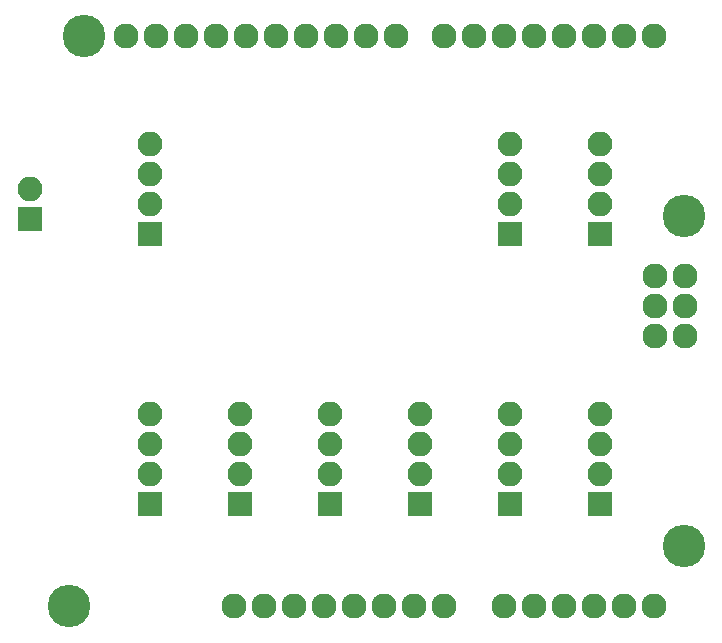
<source format=gbs>
G04 #@! TF.FileFunction,Soldermask,Bot*
%FSLAX46Y46*%
G04 Gerber Fmt 4.6, Leading zero omitted, Abs format (unit mm)*
G04 Created by KiCad (PCBNEW 4.0.7) date 05/06/19 16:36:02*
%MOMM*%
%LPD*%
G01*
G04 APERTURE LIST*
%ADD10C,0.100000*%
%ADD11R,2.100000X2.100000*%
%ADD12O,2.100000X2.100000*%
%ADD13O,2.127200X2.127200*%
%ADD14C,3.600000*%
G04 APERTURE END LIST*
D10*
D11*
X157480000Y-67310000D03*
D12*
X157480000Y-64770000D03*
D11*
X205740000Y-91440000D03*
D12*
X205740000Y-88900000D03*
X205740000Y-86360000D03*
X205740000Y-83820000D03*
D11*
X205740000Y-68580000D03*
D12*
X205740000Y-66040000D03*
X205740000Y-63500000D03*
X205740000Y-60960000D03*
D11*
X198120000Y-68580000D03*
D12*
X198120000Y-66040000D03*
X198120000Y-63500000D03*
X198120000Y-60960000D03*
D11*
X167640000Y-68580000D03*
D12*
X167640000Y-66040000D03*
X167640000Y-63500000D03*
X167640000Y-60960000D03*
D11*
X167640000Y-91440000D03*
D12*
X167640000Y-88900000D03*
X167640000Y-86360000D03*
X167640000Y-83820000D03*
D11*
X175260000Y-91440000D03*
D12*
X175260000Y-88900000D03*
X175260000Y-86360000D03*
X175260000Y-83820000D03*
D11*
X182880000Y-91440000D03*
D12*
X182880000Y-88900000D03*
X182880000Y-86360000D03*
X182880000Y-83820000D03*
D11*
X190500000Y-91440000D03*
D12*
X190500000Y-88900000D03*
X190500000Y-86360000D03*
X190500000Y-83820000D03*
D11*
X198120000Y-91440000D03*
D12*
X198120000Y-88900000D03*
X198120000Y-86360000D03*
X198120000Y-83820000D03*
D13*
X210439000Y-77216000D03*
X212979000Y-77216000D03*
X212979000Y-74676000D03*
X210439000Y-74676000D03*
X212979000Y-72136000D03*
X197612000Y-100076000D03*
X192532000Y-100076000D03*
X189992000Y-100076000D03*
X187452000Y-100076000D03*
X184912000Y-100076000D03*
X182372000Y-100076000D03*
X179832000Y-100076000D03*
X177292000Y-100076000D03*
X210312000Y-51816000D03*
X207772000Y-51816000D03*
X205232000Y-51816000D03*
X202692000Y-51816000D03*
X200152000Y-51816000D03*
X197612000Y-51816000D03*
X195072000Y-51816000D03*
X192532000Y-51816000D03*
X173228000Y-51816000D03*
X188468000Y-51816000D03*
X185928000Y-51816000D03*
X183388000Y-51816000D03*
D14*
X212852000Y-94996000D03*
X212852000Y-67056000D03*
X162052000Y-51816000D03*
X160782000Y-100076000D03*
D13*
X165608000Y-51816000D03*
X168148000Y-51816000D03*
X170688000Y-51816000D03*
X175768000Y-51816000D03*
X178308000Y-51816000D03*
X180848000Y-51816000D03*
X174752000Y-100076000D03*
X200152000Y-100076000D03*
X202692000Y-100076000D03*
X205232000Y-100076000D03*
X207772000Y-100076000D03*
X210312000Y-100076000D03*
X210439000Y-72136000D03*
M02*

</source>
